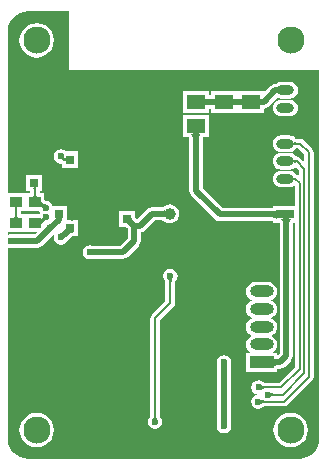
<source format=gbl>
G04 Layer_Physical_Order=2*
G04 Layer_Color=16711680*
%FSLAX44Y44*%
%MOMM*%
G71*
G01*
G75*
%ADD10R,0.7500X0.8000*%
%ADD11R,0.8000X0.7500*%
%ADD19R,1.0000X0.9500*%
%ADD20R,1.6002X1.2700*%
%ADD22C,0.2000*%
%ADD24C,0.5000*%
%ADD25C,1.0000*%
%ADD29O,2.0000X1.0000*%
%ADD30R,2.0000X1.0000*%
%ADD31C,2.3000*%
%ADD32O,1.5000X0.8000*%
%ADD33R,1.5000X0.8000*%
%ADD34C,0.6000*%
%ADD35C,0.6600*%
%ADD36C,1.0000*%
G36*
X-104016Y29576D02*
X-103974Y29293D01*
X-103903Y29010D01*
X-103804Y28728D01*
X-103677Y28445D01*
X-103521Y28162D01*
X-103337Y27879D01*
X-103125Y27596D01*
X-102885Y27313D01*
X-102616Y27030D01*
Y26929D01*
X-102566Y26980D01*
X-102361Y26791D01*
X-102146Y26622D01*
X-101919Y26474D01*
X-101682Y26345D01*
X-101434Y26237D01*
X-101175Y26149D01*
X-100905Y26082D01*
X-100624Y26034D01*
X-100333Y26007D01*
X-100030Y26000D01*
X-103000Y23030D01*
X-103007Y23333D01*
X-103034Y23624D01*
X-103082Y23905D01*
X-103149Y24175D01*
X-103237Y24434D01*
X-103345Y24682D01*
X-103430Y24839D01*
X-103521Y24881D01*
X-103677Y24909D01*
X-103804Y24881D01*
X-103903Y24796D01*
X-103974Y24655D01*
X-104016Y24457D01*
X-104031Y24202D01*
Y29859D01*
X-104016Y29576D01*
D02*
G37*
G36*
X-123190Y23291D02*
X-123360Y23230D01*
X-123510Y23128D01*
X-123640Y22986D01*
X-123750Y22803D01*
X-123840Y22580D01*
X-123910Y22316D01*
X-123960Y22011D01*
X-123990Y21666D01*
X-124000Y21281D01*
X-126000D01*
X-126010Y21666D01*
X-126040Y22011D01*
X-126090Y22316D01*
X-126160Y22580D01*
X-126250Y22803D01*
X-126360Y22986D01*
X-126490Y23128D01*
X-126640Y23230D01*
X-126810Y23291D01*
X-127000Y23311D01*
X-123000D01*
X-123190Y23291D01*
D02*
G37*
G36*
X-107190Y40041D02*
X-107360Y39980D01*
X-107510Y39878D01*
X-107640Y39736D01*
X-107750Y39553D01*
X-107840Y39330D01*
X-107910Y39066D01*
X-107960Y38761D01*
X-107990Y38416D01*
X-108000Y38031D01*
X-110000D01*
X-110010Y38416D01*
X-110040Y38761D01*
X-110090Y39066D01*
X-110160Y39330D01*
X-110250Y39553D01*
X-110360Y39736D01*
X-110490Y39878D01*
X-110640Y39980D01*
X-110810Y40041D01*
X-111000Y40061D01*
X-107000D01*
X-107190Y40041D01*
D02*
G37*
G36*
X-107990Y34334D02*
X-107960Y33989D01*
X-107910Y33684D01*
X-107840Y33420D01*
X-107750Y33197D01*
X-107640Y33014D01*
X-107510Y32872D01*
X-107360Y32770D01*
X-107190Y32709D01*
X-107000Y32689D01*
X-111000D01*
X-110810Y32709D01*
X-110640Y32770D01*
X-110490Y32872D01*
X-110360Y33014D01*
X-110250Y33197D01*
X-110160Y33420D01*
X-110090Y33684D01*
X-110040Y33989D01*
X-110010Y34334D01*
X-110000Y34720D01*
X-108000D01*
X-107990Y34334D01*
D02*
G37*
G36*
X-75999Y1961D02*
X-76389Y2236D01*
X-76850Y2371D01*
X-77381Y2366D01*
X-77983Y2220D01*
X-78655Y1933D01*
X-79397Y1506D01*
X-80210Y939D01*
X-81093Y232D01*
X-83069Y-1605D01*
X-86705Y1831D01*
X-85708Y2863D01*
X-84140Y4711D01*
X-83570Y5527D01*
X-83142Y6270D01*
X-82857Y6941D01*
X-82713Y7539D01*
X-82713Y8066D01*
X-82855Y8520D01*
X-83139Y8902D01*
X-75999Y1961D01*
D02*
G37*
G36*
X-115000Y189377D02*
X-80000D01*
Y140000D01*
X131876D01*
Y-172500D01*
X131886Y-172549D01*
X131566Y-175795D01*
X130605Y-178964D01*
X129044Y-181884D01*
X126944Y-184444D01*
X124384Y-186544D01*
X121464Y-188105D01*
X118295Y-189067D01*
X115048Y-189386D01*
X115000Y-189377D01*
X-115000D01*
X-115048Y-189386D01*
X-118295Y-189067D01*
X-121464Y-188105D01*
X-124384Y-186544D01*
X-126944Y-184444D01*
X-129044Y-181884D01*
X-130605Y-178964D01*
X-131566Y-175795D01*
X-131886Y-172549D01*
X-131877Y-172500D01*
Y-10294D01*
X-131341Y-10652D01*
X-129000Y-11118D01*
X-126659Y-10652D01*
X-126593Y-10608D01*
X-107723D01*
X-107120Y-10728D01*
X-104974Y-10301D01*
X-103155Y-9085D01*
X-93737Y333D01*
X-93659Y348D01*
X-91831Y1569D01*
X-92652Y341D01*
X-93118Y-2000D01*
X-92652Y-4341D01*
X-91326Y-6326D01*
X-89341Y-7652D01*
X-87000Y-8117D01*
X-84659Y-7652D01*
X-82674Y-6326D01*
X-81348Y-4341D01*
X-81333Y-4263D01*
X-79970Y-2900D01*
X-79093Y-2085D01*
X-78376Y-1511D01*
X-77787Y-1100D01*
X-72700D01*
Y12900D01*
X-82000D01*
Y25000D01*
X-94280D01*
X-94348Y25341D01*
X-95674Y27326D01*
X-97659Y28652D01*
X-100000Y29118D01*
X-100236Y29071D01*
X-100277Y29078D01*
X-100310Y29086D01*
X-100322Y29090D01*
X-100711Y29479D01*
X-100735Y29506D01*
X-100829Y29632D01*
X-100896Y29735D01*
X-100938Y29812D01*
X-100961Y29862D01*
X-100969Y29887D01*
X-100976Y30012D01*
X-101000Y30109D01*
Y35750D01*
X-104922D01*
Y37000D01*
X-102750D01*
Y51000D01*
X-116250D01*
Y37000D01*
X-113078D01*
Y35750D01*
X-117000D01*
Y20250D01*
X-105379D01*
X-104543Y19000D01*
X-105379Y17750D01*
X-117000D01*
Y2250D01*
X-107681D01*
X-109323Y608D01*
X-126593D01*
X-126659Y652D01*
X-129000Y1117D01*
X-131341Y652D01*
X-131877Y294D01*
Y2250D01*
X-117000D01*
Y17750D01*
X-120922D01*
Y20250D01*
X-117000D01*
Y35750D01*
X-131877D01*
Y172500D01*
X-131886Y172548D01*
X-131566Y175795D01*
X-130605Y178964D01*
X-129044Y181884D01*
X-126944Y184444D01*
X-124384Y186544D01*
X-121464Y188105D01*
X-118295Y189066D01*
X-115048Y189386D01*
X-115000Y189377D01*
D02*
G37*
G36*
X-123990Y16334D02*
X-123960Y15989D01*
X-123910Y15684D01*
X-123840Y15420D01*
X-123750Y15197D01*
X-123640Y15014D01*
X-123510Y14872D01*
X-123360Y14770D01*
X-123190Y14709D01*
X-123000Y14689D01*
X-127000D01*
X-126810Y14709D01*
X-126640Y14770D01*
X-126490Y14872D01*
X-126360Y15014D01*
X-126250Y15197D01*
X-126160Y15420D01*
X-126090Y15684D01*
X-126040Y15989D01*
X-126010Y16334D01*
X-126000Y16719D01*
X-124000D01*
X-123990Y16334D01*
D02*
G37*
G36*
X-100030Y12000D02*
X-100333Y11993D01*
X-100624Y11966D01*
X-100905Y11918D01*
X-101175Y11851D01*
X-101434Y11763D01*
X-101682Y11655D01*
X-101919Y11526D01*
X-102146Y11378D01*
X-102361Y11209D01*
X-102566Y11020D01*
X-102616Y11071D01*
Y10970D01*
X-102891Y10681D01*
X-103136Y10394D01*
X-103353Y10108D01*
X-103541Y9823D01*
X-103700Y9540D01*
X-103830Y9258D01*
X-103931Y8977D01*
X-104003Y8697D01*
X-104046Y8418D01*
X-104061Y8141D01*
Y13798D01*
X-104046Y13538D01*
X-104003Y13336D01*
X-103931Y13191D01*
X-103830Y13104D01*
X-103700Y13076D01*
X-103541Y13104D01*
X-103434Y13154D01*
X-103345Y13318D01*
X-103237Y13566D01*
X-103149Y13825D01*
X-103082Y14095D01*
X-103034Y14376D01*
X-103007Y14667D01*
X-103000Y14970D01*
X-100030Y12000D01*
D02*
G37*
%LPC*%
G36*
X-107500Y-150375D02*
X-111285Y-150873D01*
X-114813Y-152334D01*
X-117842Y-154658D01*
X-120166Y-157687D01*
X-121627Y-161215D01*
X-122125Y-165000D01*
X-121627Y-168785D01*
X-120166Y-172313D01*
X-117842Y-175341D01*
X-114813Y-177666D01*
X-111285Y-179127D01*
X-107500Y-179625D01*
X-103715Y-179127D01*
X-100188Y-177666D01*
X-97158Y-175341D01*
X-94834Y-172313D01*
X-93373Y-168785D01*
X-92875Y-165000D01*
X-93373Y-161215D01*
X-94834Y-157687D01*
X-97158Y-154658D01*
X-100188Y-152334D01*
X-103715Y-150873D01*
X-107500Y-150375D01*
D02*
G37*
G36*
X5000Y26069D02*
X2912Y25794D01*
X966Y24988D01*
X-591Y23793D01*
X-601Y23788D01*
X-616Y23774D01*
X-640Y23756D01*
X-667Y23745D01*
X-791Y23707D01*
X-982Y23663D01*
X-1197Y23628D01*
X-1447Y23608D01*
X-10000D01*
X-12146Y23181D01*
X-13965Y21965D01*
X-22323Y13608D01*
X-22593D01*
X-22659Y13652D01*
X-22737Y13667D01*
X-22974Y13905D01*
X-23240Y14188D01*
X-24000Y15088D01*
Y20750D01*
X-38000D01*
Y7250D01*
X-32413D01*
X-30665Y5726D01*
X-30652Y5659D01*
X-30608Y5593D01*
Y-2597D01*
X-36843Y-8832D01*
X-59953D01*
X-60019Y-8788D01*
X-62360Y-8322D01*
X-64701Y-8788D01*
X-66686Y-10114D01*
X-68012Y-12099D01*
X-68478Y-14440D01*
X-68012Y-16781D01*
X-66686Y-18766D01*
X-64701Y-20092D01*
X-62360Y-20557D01*
X-60019Y-20092D01*
X-59953Y-20048D01*
X-34520D01*
X-32374Y-19621D01*
X-30555Y-18405D01*
X-21035Y-8885D01*
X-19819Y-7066D01*
X-19392Y-4920D01*
Y2513D01*
X-17854Y2819D01*
X-16035Y4035D01*
X-7677Y12392D01*
X-1371D01*
X-1234Y12378D01*
X-982Y12336D01*
X-791Y12293D01*
X-667Y12255D01*
X-640Y12244D01*
X-616Y12226D01*
X-601Y12212D01*
X-591Y12207D01*
X966Y11012D01*
X2912Y10206D01*
X5000Y9931D01*
X7088Y10206D01*
X9035Y11012D01*
X10706Y12294D01*
X11988Y13966D01*
X12794Y15912D01*
X13069Y18000D01*
X12794Y20088D01*
X11988Y22034D01*
X10706Y23706D01*
X9035Y24988D01*
X7088Y25794D01*
X5000Y26069D01*
D02*
G37*
G36*
X38251Y101390D02*
X16249D01*
Y82690D01*
X21518D01*
X21532Y82639D01*
X21613Y82147D01*
X21642Y81816D01*
Y37750D01*
X22069Y35604D01*
X23285Y33785D01*
X43535Y13535D01*
X45354Y12319D01*
X47500Y11892D01*
X91980D01*
X92131Y11887D01*
X92500Y11851D01*
Y10500D01*
X95388D01*
X95531Y10472D01*
X95673Y10500D01*
X97984D01*
X98003Y10430D01*
X98083Y9944D01*
X98112Y9617D01*
Y-99977D01*
X96157Y-101932D01*
X95862Y-101884D01*
X95800Y-101867D01*
Y-99600D01*
X92912D01*
X92769Y-99572D01*
X92627Y-99600D01*
X92568D01*
X92445Y-99589D01*
X92410Y-99600D01*
X91805D01*
X91834Y-99588D01*
X93506Y-98306D01*
X94788Y-96635D01*
X95594Y-94688D01*
X95869Y-92600D01*
X95594Y-90512D01*
X94788Y-88566D01*
X93506Y-86894D01*
X91834Y-85612D01*
X90598Y-85100D01*
X91834Y-84588D01*
X93506Y-83306D01*
X94788Y-81635D01*
X95594Y-79688D01*
X95869Y-77600D01*
X95594Y-75512D01*
X94788Y-73566D01*
X93506Y-71894D01*
X91834Y-70612D01*
X90598Y-70100D01*
X91834Y-69588D01*
X93506Y-68306D01*
X94788Y-66634D01*
X95594Y-64688D01*
X95869Y-62600D01*
X95594Y-60512D01*
X94788Y-58566D01*
X93506Y-56894D01*
X91834Y-55612D01*
X90598Y-55100D01*
X91834Y-54588D01*
X93506Y-53306D01*
X94788Y-51634D01*
X95594Y-49688D01*
X95869Y-47600D01*
X95594Y-45512D01*
X94788Y-43566D01*
X93506Y-41894D01*
X91834Y-40612D01*
X89888Y-39806D01*
X87800Y-39531D01*
X77800D01*
X75712Y-39806D01*
X73766Y-40612D01*
X72094Y-41894D01*
X70812Y-43566D01*
X70006Y-45512D01*
X69731Y-47600D01*
X70006Y-49688D01*
X70812Y-51634D01*
X72094Y-53306D01*
X73766Y-54588D01*
X75002Y-55100D01*
X73766Y-55612D01*
X72094Y-56894D01*
X70812Y-58566D01*
X70006Y-60512D01*
X69731Y-62600D01*
X70006Y-64688D01*
X70812Y-66634D01*
X72094Y-68306D01*
X73766Y-69588D01*
X75002Y-70100D01*
X73766Y-70612D01*
X72094Y-71894D01*
X70812Y-73566D01*
X70006Y-75512D01*
X69731Y-77600D01*
X70006Y-79688D01*
X70812Y-81635D01*
X72094Y-83306D01*
X73766Y-84588D01*
X75002Y-85100D01*
X73766Y-85612D01*
X72094Y-86894D01*
X70812Y-88566D01*
X70006Y-90512D01*
X69731Y-92600D01*
X70006Y-94688D01*
X70812Y-96635D01*
X72094Y-98306D01*
X73766Y-99588D01*
X73794Y-99600D01*
X69800D01*
Y-115600D01*
X92410D01*
X92445Y-115611D01*
X92568Y-115600D01*
X92627D01*
X92769Y-115628D01*
X92912Y-115600D01*
X95800D01*
Y-113333D01*
X95862Y-113316D01*
X96351Y-113236D01*
X96674Y-113208D01*
X98420D01*
X100566Y-112781D01*
X102385Y-111565D01*
X107685Y-106265D01*
X108901Y-104446D01*
X109328Y-102300D01*
Y9617D01*
X109357Y9944D01*
X109438Y10430D01*
X109456Y10500D01*
X110922D01*
Y-111311D01*
X97311Y-124922D01*
X84824D01*
X84812Y-124916D01*
X84784Y-124899D01*
X84749Y-124874D01*
X84616Y-124674D01*
X82631Y-123348D01*
X80290Y-122882D01*
X77949Y-123348D01*
X75964Y-124674D01*
X74638Y-126659D01*
X74173Y-129000D01*
X74638Y-131341D01*
X75964Y-133326D01*
X77949Y-134652D01*
X79554Y-134971D01*
X77659Y-135348D01*
X75674Y-136674D01*
X74348Y-138659D01*
X73882Y-141000D01*
X74348Y-143341D01*
X75674Y-145326D01*
X77659Y-146652D01*
X80000Y-147118D01*
X82341Y-146652D01*
X84326Y-145326D01*
X84459Y-145126D01*
X84494Y-145101D01*
X84522Y-145084D01*
X84534Y-145078D01*
X102000D01*
X102000Y-145078D01*
X103302Y-144819D01*
X103561Y-144768D01*
X104884Y-143884D01*
X125884Y-122884D01*
X125884Y-122884D01*
X126768Y-121561D01*
X126819Y-121302D01*
X127078Y-120000D01*
X127078Y-120000D01*
Y70000D01*
X126768Y71561D01*
X125884Y72884D01*
X125884Y72884D01*
X118384Y80384D01*
X117061Y81268D01*
X116802Y81319D01*
X115500Y81578D01*
X115500Y81578D01*
X112194D01*
X111492Y82493D01*
X110030Y83615D01*
X108327Y84320D01*
X106500Y84560D01*
X99500D01*
X97673Y84320D01*
X95970Y83615D01*
X94508Y82493D01*
X93385Y81030D01*
X92680Y79327D01*
X92440Y77500D01*
X92680Y75673D01*
X93385Y73970D01*
X94508Y72508D01*
X95970Y71386D01*
X97673Y70680D01*
X99500Y70440D01*
X106500D01*
X108327Y70680D01*
X110030Y71386D01*
X111492Y72508D01*
X112194Y73422D01*
X113811D01*
X118922Y68311D01*
Y61846D01*
X115384Y65384D01*
X114061Y66268D01*
X113802Y66319D01*
X112500Y66578D01*
X112500Y66578D01*
X112194D01*
X111492Y67492D01*
X110030Y68615D01*
X108327Y69320D01*
X106500Y69560D01*
X99500D01*
X97673Y69320D01*
X95970Y68615D01*
X94508Y67492D01*
X93385Y66030D01*
X92680Y64327D01*
X92440Y62500D01*
X92680Y60673D01*
X93385Y58970D01*
X94508Y57508D01*
X95970Y56386D01*
X97673Y55680D01*
X99500Y55440D01*
X106500D01*
X108327Y55680D01*
X110030Y56386D01*
X111492Y57508D01*
X111593Y57639D01*
X114922Y54311D01*
Y49846D01*
X114384Y50384D01*
X113061Y51268D01*
X112802Y51319D01*
X112319Y51416D01*
X111492Y52492D01*
X110030Y53615D01*
X108327Y54320D01*
X106500Y54560D01*
X99500D01*
X97673Y54320D01*
X95970Y53615D01*
X94508Y52492D01*
X93385Y51030D01*
X92680Y49327D01*
X92440Y47500D01*
X92680Y45673D01*
X93385Y43970D01*
X94508Y42508D01*
X95970Y41385D01*
X97673Y40680D01*
X99500Y40440D01*
X106500D01*
X108327Y40680D01*
X110030Y41385D01*
X110922Y42070D01*
Y24500D01*
X95673D01*
X95531Y24528D01*
X95388Y24500D01*
X92500D01*
Y23157D01*
X91835Y23108D01*
X49823D01*
X32858Y40073D01*
Y81816D01*
X32887Y82147D01*
X32968Y82639D01*
X32982Y82690D01*
X38251D01*
Y101390D01*
D02*
G37*
G36*
X-107500Y179625D02*
X-111285Y179127D01*
X-114813Y177666D01*
X-117842Y175341D01*
X-120166Y172313D01*
X-121627Y168785D01*
X-122125Y165000D01*
X-121627Y161215D01*
X-120166Y157687D01*
X-117842Y154658D01*
X-114813Y152334D01*
X-111285Y150873D01*
X-107500Y150375D01*
X-103715Y150873D01*
X-100188Y152334D01*
X-97158Y154658D01*
X-94834Y157687D01*
X-93373Y161215D01*
X-92875Y165000D01*
X-93373Y168785D01*
X-94834Y172313D01*
X-97158Y175341D01*
X-100188Y177666D01*
X-103715Y179127D01*
X-107500Y179625D01*
D02*
G37*
G36*
X106500Y129560D02*
X99500D01*
X97673Y129320D01*
X95970Y128615D01*
X95309Y128108D01*
X94500D01*
X92354Y127681D01*
X90535Y126465D01*
X85041Y120971D01*
Y122020D01*
X63039D01*
Y118402D01*
X62988Y118388D01*
X62685Y118338D01*
X62382Y118388D01*
X62331Y118402D01*
Y122040D01*
X40329D01*
Y118406D01*
X40259Y118388D01*
X39773Y118307D01*
X39446Y118278D01*
X39125D01*
X38794Y118307D01*
X38302Y118388D01*
X38251Y118402D01*
Y121710D01*
X16249D01*
Y103010D01*
X38251D01*
Y106938D01*
X38302Y106952D01*
X38794Y107033D01*
X39125Y107062D01*
X39446D01*
X39773Y107034D01*
X40259Y106952D01*
X40329Y106934D01*
Y103340D01*
X62331D01*
Y106938D01*
X62382Y106952D01*
X62685Y107002D01*
X62988Y106952D01*
X63039Y106938D01*
Y103320D01*
X85041D01*
Y107136D01*
X86816Y107489D01*
X88635Y108705D01*
X96215Y116284D01*
X97673Y115680D01*
X99500Y115440D01*
X106500D01*
X108327Y115680D01*
X110030Y116385D01*
X111492Y117508D01*
X112614Y118970D01*
X113320Y120673D01*
X113560Y122500D01*
X113320Y124327D01*
X112614Y126030D01*
X111492Y127493D01*
X110030Y128615D01*
X108327Y129320D01*
X106500Y129560D01*
D02*
G37*
G36*
Y114560D02*
X99500D01*
X97673Y114320D01*
X95970Y113615D01*
X94508Y112493D01*
X93385Y111030D01*
X92680Y109327D01*
X92440Y107500D01*
X92680Y105673D01*
X93385Y103970D01*
X94508Y102508D01*
X95970Y101385D01*
X97673Y100680D01*
X99500Y100440D01*
X106500D01*
X108327Y100680D01*
X110030Y101385D01*
X111492Y102508D01*
X112614Y103970D01*
X113320Y105673D01*
X113560Y107500D01*
X113320Y109327D01*
X112614Y111030D01*
X111492Y112493D01*
X110030Y113615D01*
X108327Y114320D01*
X106500Y114560D01*
D02*
G37*
G36*
X51020Y-101482D02*
X48679Y-101948D01*
X46694Y-103274D01*
X45368Y-105259D01*
X44903Y-107600D01*
X45368Y-109941D01*
X45412Y-110007D01*
Y-159163D01*
X45328Y-159289D01*
X44862Y-161630D01*
X45328Y-163971D01*
X46654Y-165956D01*
X48639Y-167282D01*
X50980Y-167747D01*
X53321Y-167282D01*
X55306Y-165956D01*
X56632Y-163971D01*
X57098Y-161630D01*
X56632Y-159289D01*
X56628Y-159283D01*
Y-110007D01*
X56672Y-109941D01*
X57137Y-107600D01*
X56672Y-105259D01*
X55346Y-103274D01*
X53361Y-101948D01*
X51020Y-101482D01*
D02*
G37*
G36*
X5590Y-28542D02*
X3249Y-29008D01*
X1264Y-30334D01*
X-62Y-32319D01*
X-527Y-34660D01*
X-62Y-37001D01*
X1264Y-38986D01*
X1464Y-39119D01*
X1489Y-39154D01*
X1506Y-39182D01*
X1512Y-39194D01*
Y-55721D01*
X-10234Y-67466D01*
X-11118Y-68789D01*
X-11169Y-69048D01*
X-11428Y-70350D01*
X-11428Y-70350D01*
Y-153446D01*
X-11434Y-153457D01*
X-11451Y-153486D01*
X-11476Y-153521D01*
X-11676Y-153654D01*
X-13002Y-155639D01*
X-13468Y-157980D01*
X-13002Y-160321D01*
X-11676Y-162306D01*
X-9691Y-163632D01*
X-7350Y-164097D01*
X-5009Y-163632D01*
X-3024Y-162306D01*
X-1698Y-160321D01*
X-1233Y-157980D01*
X-1698Y-155639D01*
X-3024Y-153654D01*
X-3224Y-153521D01*
X-3249Y-153486D01*
X-3266Y-153458D01*
X-3272Y-153446D01*
Y-72039D01*
X8474Y-60294D01*
X8474Y-60294D01*
X9358Y-58971D01*
X9409Y-58712D01*
X9668Y-57410D01*
X9668Y-57410D01*
Y-39194D01*
X9674Y-39183D01*
X9692Y-39154D01*
X9716Y-39119D01*
X9916Y-38986D01*
X11242Y-37001D01*
X11708Y-34660D01*
X11242Y-32319D01*
X9916Y-30334D01*
X7931Y-29008D01*
X5590Y-28542D01*
D02*
G37*
G36*
X-86850Y72818D02*
X-89191Y72352D01*
X-91176Y71026D01*
X-92502Y69041D01*
X-92968Y66700D01*
X-92502Y64359D01*
X-91176Y62374D01*
X-89191Y61048D01*
X-86850Y60582D01*
X-86376Y60677D01*
X-86000Y60425D01*
Y57000D01*
X-72500D01*
Y71000D01*
X-82507D01*
X-82524Y71026D01*
X-84509Y72352D01*
X-86850Y72818D01*
D02*
G37*
G36*
X107500Y-150375D02*
X103715Y-150873D01*
X100187Y-152334D01*
X97158Y-154658D01*
X94834Y-157687D01*
X93373Y-161215D01*
X92875Y-165000D01*
X93373Y-168785D01*
X94834Y-172313D01*
X97158Y-175341D01*
X100187Y-177666D01*
X103715Y-179127D01*
X107500Y-179625D01*
X111285Y-179127D01*
X114812Y-177666D01*
X117842Y-175341D01*
X120166Y-172313D01*
X121627Y-168785D01*
X122125Y-165000D01*
X121627Y-161215D01*
X120166Y-157687D01*
X117842Y-154658D01*
X114812Y-152334D01*
X111285Y-150873D01*
X107500Y-150375D01*
D02*
G37*
%LPD*%
G36*
X92819Y-103100D02*
X92970Y-103519D01*
X93219Y-103890D01*
X93569Y-104211D01*
X94019Y-104483D01*
X94570Y-104705D01*
X95219Y-104878D01*
X95969Y-105001D01*
X96819Y-105075D01*
X97769Y-105100D01*
Y-110100D01*
X96819Y-110125D01*
X95969Y-110199D01*
X95219Y-110322D01*
X94570Y-110495D01*
X94019Y-110717D01*
X93569Y-110989D01*
X93219Y-111310D01*
X92970Y-111680D01*
X92819Y-112100D01*
X92769Y-112570D01*
Y-102631D01*
X92819Y-103100D01*
D02*
G37*
G36*
X-6339Y-153630D02*
X-6306Y-153902D01*
X-6251Y-154167D01*
X-6174Y-154425D01*
X-6075Y-154677D01*
X-5954Y-154922D01*
X-5811Y-155161D01*
X-5646Y-155393D01*
X-5459Y-155619D01*
X-5250Y-155838D01*
X-9450D01*
X-9241Y-155619D01*
X-9054Y-155393D01*
X-8889Y-155161D01*
X-8746Y-154922D01*
X-8625Y-154677D01*
X-8526Y-154425D01*
X-8449Y-154167D01*
X-8394Y-153902D01*
X-8361Y-153630D01*
X-8350Y-153352D01*
X-6350D01*
X-6339Y-153630D01*
D02*
G37*
G36*
X82361Y-139109D02*
X82587Y-139296D01*
X82819Y-139461D01*
X83058Y-139604D01*
X83303Y-139725D01*
X83555Y-139824D01*
X83813Y-139901D01*
X84079Y-139956D01*
X84350Y-139989D01*
X84628Y-140000D01*
Y-142000D01*
X84350Y-142011D01*
X84079Y-142044D01*
X83813Y-142099D01*
X83555Y-142176D01*
X83303Y-142275D01*
X83058Y-142396D01*
X82819Y-142539D01*
X82587Y-142704D01*
X82361Y-142891D01*
X82142Y-143100D01*
Y-138900D01*
X82361Y-139109D01*
D02*
G37*
G36*
X90361Y-133109D02*
X90587Y-133296D01*
X90819Y-133461D01*
X91058Y-133604D01*
X91303Y-133725D01*
X91555Y-133824D01*
X91813Y-133901D01*
X92079Y-133956D01*
X92350Y-133989D01*
X92628Y-134000D01*
Y-136000D01*
X92350Y-136011D01*
X92079Y-136044D01*
X91813Y-136099D01*
X91555Y-136176D01*
X91303Y-136275D01*
X91058Y-136396D01*
X90819Y-136539D01*
X90587Y-136704D01*
X90361Y-136891D01*
X90142Y-137100D01*
Y-132900D01*
X90361Y-133109D01*
D02*
G37*
G36*
X82651Y-127109D02*
X82877Y-127296D01*
X83109Y-127461D01*
X83348Y-127604D01*
X83593Y-127725D01*
X83845Y-127824D01*
X84103Y-127901D01*
X84368Y-127956D01*
X84640Y-127989D01*
X84918Y-128000D01*
Y-130000D01*
X84640Y-130011D01*
X84368Y-130044D01*
X84103Y-130099D01*
X83845Y-130176D01*
X83593Y-130275D01*
X83348Y-130396D01*
X83109Y-130539D01*
X82877Y-130704D01*
X82651Y-130891D01*
X82432Y-131100D01*
Y-126900D01*
X82651Y-127109D01*
D02*
G37*
G36*
X-82970Y62819D02*
X-82981Y62854D01*
X-83017Y62884D01*
X-83076Y62912D01*
X-83158Y62935D01*
X-83265Y62955D01*
X-83394Y62971D01*
X-83725Y62993D01*
X-84150Y63000D01*
Y65000D01*
X-83926Y65002D01*
X-83265Y65045D01*
X-83158Y65065D01*
X-83076Y65088D01*
X-83017Y65115D01*
X-82981Y65146D01*
X-82970Y65181D01*
Y62819D01*
D02*
G37*
G36*
X109966Y64297D02*
X110039Y64130D01*
X110160Y63982D01*
X110330Y63854D01*
X110549Y63746D01*
X110817Y63658D01*
X111132Y63589D01*
X111497Y63539D01*
X111910Y63510D01*
X112372Y63500D01*
Y61500D01*
X111910Y61490D01*
X111132Y61411D01*
X110817Y61343D01*
X110549Y61254D01*
X110330Y61146D01*
X110160Y61018D01*
X110039Y60870D01*
X109966Y60703D01*
X109942Y60515D01*
Y64485D01*
X109966Y64297D01*
D02*
G37*
G36*
X109967Y79296D02*
X110040Y79129D01*
X110161Y78982D01*
X110331Y78854D01*
X110550Y78746D01*
X110817Y78657D01*
X111133Y78589D01*
X111497Y78539D01*
X111910Y78510D01*
X112372Y78500D01*
Y76500D01*
X111910Y76490D01*
X111132Y76411D01*
X110815Y76342D01*
X110548Y76252D01*
X110329Y76143D01*
X110159Y76015D01*
X110037Y75866D01*
X109964Y75698D01*
X109939Y75510D01*
X109943Y79483D01*
X109967Y79296D01*
D02*
G37*
G36*
X82037Y115299D02*
X82117Y115272D01*
X82250Y115248D01*
X82436Y115227D01*
X83314Y115184D01*
X84670Y115170D01*
Y110170D01*
X84165Y110168D01*
X82037Y110041D01*
X82010Y110010D01*
Y115330D01*
X82037Y115299D01*
D02*
G37*
G36*
X31775Y85701D02*
X31350Y85550D01*
X30975Y85298D01*
X30650Y84946D01*
X30375Y84493D01*
X30150Y83940D01*
X29975Y83286D01*
X29850Y82531D01*
X29775Y81676D01*
X29750Y80721D01*
X24750D01*
X24725Y81676D01*
X24650Y82531D01*
X24525Y83286D01*
X24350Y83940D01*
X24125Y84493D01*
X23850Y84946D01*
X23525Y85298D01*
X23150Y85550D01*
X22725Y85701D01*
X22250Y85751D01*
X32250D01*
X31775Y85701D01*
D02*
G37*
G36*
X-27092Y14459D02*
X-27062Y14254D01*
X-26939Y13977D01*
X-26724Y13629D01*
X-26417Y13209D01*
X-25525Y12153D01*
X-24264Y10810D01*
X-23495Y10030D01*
X-27280Y6745D01*
X-28050Y7504D01*
X-30852Y9947D01*
X-31204Y10166D01*
X-31486Y10294D01*
X-31698Y10332D01*
X-31841Y10280D01*
X-27030Y14591D01*
X-27092Y14459D01*
D02*
G37*
G36*
X7481Y-37021D02*
X7294Y-37247D01*
X7129Y-37479D01*
X6986Y-37718D01*
X6865Y-37963D01*
X6766Y-38215D01*
X6689Y-38473D01*
X6634Y-38739D01*
X6601Y-39010D01*
X6590Y-39288D01*
X4590D01*
X4579Y-39010D01*
X4546Y-38739D01*
X4491Y-38473D01*
X4414Y-38215D01*
X4315Y-37963D01*
X4194Y-37718D01*
X4051Y-37479D01*
X3886Y-37247D01*
X3699Y-37021D01*
X3490Y-36802D01*
X7690D01*
X7481Y-37021D01*
D02*
G37*
G36*
X108245Y13480D02*
X107820Y13331D01*
X107445Y13081D01*
X107120Y12730D01*
X106845Y12280D01*
X106620Y11731D01*
X106445Y11080D01*
X106320Y10330D01*
X106245Y9481D01*
X106220Y8530D01*
X101220D01*
X101195Y9481D01*
X101120Y10330D01*
X100995Y11080D01*
X100820Y11731D01*
X100595Y12280D01*
X100320Y12730D01*
X99995Y13081D01*
X99620Y13331D01*
X99195Y13480D01*
X98720Y13530D01*
X108720D01*
X108245Y13480D01*
D02*
G37*
G36*
X1429Y14500D02*
X1215Y14690D01*
X965Y14860D01*
X679Y15010D01*
X357Y15140D01*
X-1Y15250D01*
X-395Y15340D01*
X-825Y15410D01*
X-1290Y15460D01*
X-2330Y15500D01*
Y20500D01*
X-1792Y20510D01*
X-825Y20590D01*
X-395Y20660D01*
X-1Y20750D01*
X357Y20860D01*
X679Y20990D01*
X965Y21140D01*
X1215Y21310D01*
X1429Y21500D01*
Y14500D01*
D02*
G37*
G36*
X95531Y13530D02*
X95480Y13810D01*
X95330Y14059D01*
X95080Y14280D01*
X94731Y14471D01*
X94281Y14633D01*
X93730Y14765D01*
X93081Y14868D01*
X92331Y14941D01*
X90531Y15000D01*
Y20000D01*
X91481Y20015D01*
X93081Y20132D01*
X93730Y20235D01*
X94281Y20367D01*
X94731Y20529D01*
X95080Y20720D01*
X95330Y20940D01*
X95480Y21190D01*
X95531Y21470D01*
Y13530D01*
D02*
G37*
D10*
X-65950Y5900D02*
D03*
X-79450D02*
D03*
X-65750Y64000D02*
D03*
X-79250D02*
D03*
X-109500Y44000D02*
D03*
X-123000D02*
D03*
D11*
X-89000Y31750D02*
D03*
Y18250D02*
D03*
X-31000Y27500D02*
D03*
Y14000D02*
D03*
D19*
X-125000Y10000D02*
D03*
X-109000D02*
D03*
X-109000Y28000D02*
D03*
X-125000D02*
D03*
D20*
X74040Y92350D02*
D03*
Y112670D02*
D03*
X51330Y112690D02*
D03*
Y92370D02*
D03*
X27250Y112360D02*
D03*
Y92040D02*
D03*
D22*
X-105000Y10000D02*
X-100000Y15000D01*
X5590Y-57410D02*
Y-34660D01*
X-7350Y-70350D02*
X5590Y-57410D01*
X-7350Y-157980D02*
Y-70350D01*
X80290Y-129000D02*
X99000D01*
X115000Y-113000D01*
Y44000D01*
X88000Y-135000D02*
X101000D01*
X119000Y-117000D01*
Y56000D01*
X102000Y-141000D02*
X123000Y-120000D01*
Y70000D01*
X80000Y-141000D02*
X102000D01*
X111500Y47500D02*
X115000Y44000D01*
X103000Y47500D02*
X111500D01*
X115500Y77500D02*
X123000Y70000D01*
X103000Y77500D02*
X115500D01*
X103000Y62500D02*
X112500D01*
X119000Y56000D01*
X-109000Y10000D02*
X-105000D01*
X-109000Y28000D02*
X-105000D01*
X-100000Y23000D01*
X-109000Y28000D02*
Y43500D01*
X-109500Y44000D02*
X-109000Y43500D01*
X-125000Y10000D02*
Y28000D01*
X-125000Y10000D02*
X-125000Y10000D01*
X-79450Y5550D02*
Y5900D01*
X-84150Y64000D02*
X-79250D01*
X-86850Y66700D02*
X-84150Y64000D01*
D24*
X-129000Y58000D02*
X-123000Y52000D01*
X-129000Y58000D02*
Y59000D01*
X47500Y17500D02*
X103000D01*
X27250Y37750D02*
X47500Y17500D01*
X27250Y37750D02*
Y92040D01*
X-89000Y13000D02*
Y18250D01*
X-96000Y6000D02*
X-89000Y13000D01*
X-123000Y44000D02*
Y52000D01*
X94500Y122500D02*
X103000D01*
X84670Y112670D02*
X94500Y122500D01*
X74040Y112670D02*
X84670D01*
X-66000Y51750D02*
X-65750Y52000D01*
Y64000D01*
X-82000Y31750D02*
X-78000Y27750D01*
X-89000Y31750D02*
X-82000D01*
X-66000Y15750D02*
X-65950Y15700D01*
Y5900D02*
Y15700D01*
X-42000Y27750D02*
X-41750Y27500D01*
X-31000D01*
X-129000Y-5000D02*
X-107240D01*
X-107120Y-5120D01*
X-31000Y14000D02*
X-25000Y8000D01*
X-107120Y-5120D02*
X-96000Y6000D01*
X-87000Y-2000D02*
X-79450Y5550D01*
X-25000Y-4920D02*
Y8000D01*
X-34520Y-14440D02*
X-25000Y-4920D01*
X-62360Y-14440D02*
X-34520D01*
X51020Y-161590D02*
Y-107600D01*
X50980Y-161630D02*
X51020Y-161590D01*
X103000Y17500D02*
X103720Y16780D01*
Y-102300D02*
Y16780D01*
X98420Y-107600D02*
X103720Y-102300D01*
X82800Y-107600D02*
X98420D01*
X27250Y112360D02*
X27560Y112670D01*
X-25000Y8000D02*
X-20000D01*
X-10000Y18000D01*
X5000D01*
X27560Y112670D02*
X74040D01*
D25*
X51330Y92370D02*
X102870D01*
X74000Y92310D02*
X74040Y92350D01*
X74000Y82000D02*
Y92310D01*
X51330Y92370D02*
X52000Y91700D01*
Y82000D02*
Y91700D01*
X102870Y92370D02*
X103000Y92500D01*
D29*
X82800Y-32600D02*
D03*
Y-47600D02*
D03*
Y-62600D02*
D03*
Y-77600D02*
D03*
Y-92600D02*
D03*
D30*
Y-107600D02*
D03*
D31*
X-107500Y165000D02*
D03*
X107500D02*
D03*
Y-165000D02*
D03*
X-107500D02*
D03*
D32*
X103000Y122500D02*
D03*
Y107500D02*
D03*
Y92500D02*
D03*
Y77500D02*
D03*
Y62500D02*
D03*
Y47500D02*
D03*
Y32500D02*
D03*
D33*
Y17500D02*
D03*
D34*
X-20000Y47000D02*
D03*
X-25000Y63000D02*
D03*
X-79000Y121000D02*
D03*
X-16000Y-109000D02*
D03*
X4000D02*
D03*
Y-92000D02*
D03*
Y-75000D02*
D03*
X36000Y-165000D02*
D03*
X81000Y-5000D02*
D03*
X63000D02*
D03*
X45000D02*
D03*
X35000Y2000D02*
D03*
X10000D02*
D03*
X23000Y-5000D02*
D03*
Y9000D02*
D03*
X10000Y31000D02*
D03*
X-1000Y43000D02*
D03*
Y57000D02*
D03*
X10000Y43000D02*
D03*
Y57000D02*
D03*
X-4000Y73000D02*
D03*
X10000D02*
D03*
X126000Y82000D02*
D03*
Y95000D02*
D03*
Y109000D02*
D03*
X122000Y123000D02*
D03*
X-31000Y118000D02*
D03*
Y130000D02*
D03*
X-122000Y99000D02*
D03*
X-129000Y59000D02*
D03*
Y73000D02*
D03*
X-43000Y118000D02*
D03*
Y130000D02*
D03*
X66000Y48000D02*
D03*
X42000D02*
D03*
X-100000Y15000D02*
D03*
X122000Y135000D02*
D03*
X109000D02*
D03*
X95000D02*
D03*
X81000Y130000D02*
D03*
X66000D02*
D03*
X51000D02*
D03*
X37000D02*
D03*
X24000D02*
D03*
X10000D02*
D03*
X-4000D02*
D03*
X-18000D02*
D03*
X10000Y87000D02*
D03*
X-4000D02*
D03*
X10000Y106000D02*
D03*
Y118000D02*
D03*
X-4000Y106000D02*
D03*
Y118000D02*
D03*
X-18000D02*
D03*
X-125000Y181000D02*
D03*
X-112000Y185000D02*
D03*
X-129000Y170000D02*
D03*
Y159000D02*
D03*
Y147000D02*
D03*
X-115000D02*
D03*
X-100000D02*
D03*
X-85000Y185000D02*
D03*
X-98000D02*
D03*
X-85000Y167000D02*
D03*
Y149000D02*
D03*
X-92000Y140000D02*
D03*
X74000Y82000D02*
D03*
X52000D02*
D03*
X-72000Y131000D02*
D03*
X-92000Y122000D02*
D03*
X-85000Y131000D02*
D03*
X-17000Y87000D02*
D03*
Y106000D02*
D03*
X-85000Y112000D02*
D03*
X-72000D02*
D03*
X-100000Y131000D02*
D03*
X80000Y-141000D02*
D03*
X88000Y-135000D02*
D03*
X-129000Y-5000D02*
D03*
X-100000Y23000D02*
D03*
X-96000Y6000D02*
D03*
X-25000Y8000D02*
D03*
X-86850Y66700D02*
D03*
X-87000Y-2000D02*
D03*
X-62360Y-14440D02*
D03*
X80290Y-129000D02*
D03*
X51020Y-107600D02*
D03*
X50980Y-161630D02*
D03*
X5590Y-34660D02*
D03*
X-7350Y-157980D02*
D03*
X-125000Y-105000D02*
D03*
Y-130000D02*
D03*
X-114000Y-67420D02*
D03*
X52000Y70000D02*
D03*
X74000D02*
D03*
X52000Y57000D02*
D03*
X74000D02*
D03*
X23000Y-36000D02*
D03*
X45000D02*
D03*
X64000D02*
D03*
X-24000Y-23000D02*
D03*
X-11000Y-37000D02*
D03*
X23000Y-56000D02*
D03*
X45000Y-55000D02*
D03*
X64000D02*
D03*
X-43000Y-35000D02*
D03*
X-26000Y-52000D02*
D03*
X-11000Y-55000D02*
D03*
X23000Y-75000D02*
D03*
X46000D02*
D03*
X64000D02*
D03*
X23000Y-92000D02*
D03*
X46000Y-93000D02*
D03*
X64000Y-92000D02*
D03*
X23000Y-109000D02*
D03*
X21000Y-151000D02*
D03*
X4000D02*
D03*
X39000D02*
D03*
X4000Y-165000D02*
D03*
X21000D02*
D03*
X67000Y-150000D02*
D03*
Y-164000D02*
D03*
X77000Y-156000D02*
D03*
X87000Y-150000D02*
D03*
Y-164000D02*
D03*
X67000Y-180000D02*
D03*
X77000Y-172000D02*
D03*
X87000Y-180000D02*
D03*
X-19000Y-151000D02*
D03*
Y-166000D02*
D03*
X-39000D02*
D03*
X-56000D02*
D03*
Y-151000D02*
D03*
X-39000D02*
D03*
X-73000D02*
D03*
Y-166000D02*
D03*
X-68000Y-41000D02*
D03*
X-85000D02*
D03*
Y-28000D02*
D03*
X-68000D02*
D03*
X-41000Y-72000D02*
D03*
X-58000D02*
D03*
Y-58000D02*
D03*
X-41000D02*
D03*
X-16000Y-96000D02*
D03*
X-33000D02*
D03*
Y-82000D02*
D03*
X-16000D02*
D03*
X-79000Y-118000D02*
D03*
X-80000Y-95000D02*
D03*
X-81000Y-71000D02*
D03*
X-73000Y-180000D02*
D03*
X-56000D02*
D03*
X-39000Y-181000D02*
D03*
X-19000D02*
D03*
X-73000Y-138000D02*
D03*
X-56000Y-139000D02*
D03*
X112000Y-146000D02*
D03*
X128000Y-130000D02*
D03*
Y-146000D02*
D03*
X122000Y-180000D02*
D03*
X-46000Y-84000D02*
D03*
X-72000Y-58000D02*
D03*
X95000Y-5000D02*
D03*
Y7000D02*
D03*
X81000D02*
D03*
X64000Y-116000D02*
D03*
X-64000Y-118000D02*
D03*
D35*
X-78000Y15750D02*
D03*
Y27750D02*
D03*
Y39750D02*
D03*
Y51750D02*
D03*
X-66000Y15750D02*
D03*
Y27750D02*
D03*
Y39750D02*
D03*
Y51750D02*
D03*
X-54000Y15750D02*
D03*
Y27750D02*
D03*
Y39750D02*
D03*
Y51750D02*
D03*
X-42000Y15750D02*
D03*
Y27750D02*
D03*
Y39750D02*
D03*
Y51750D02*
D03*
D36*
X5000Y18000D02*
D03*
M02*

</source>
